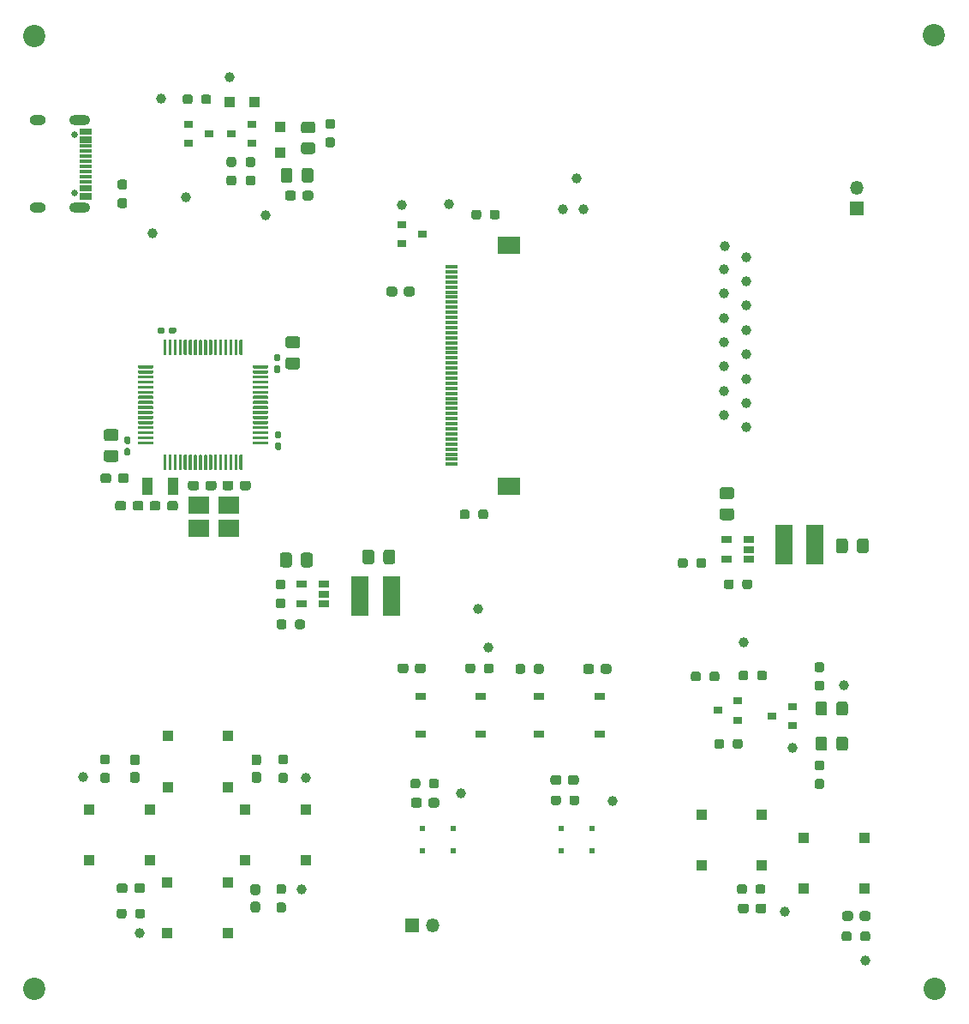
<source format=gts>
G04 #@! TF.GenerationSoftware,KiCad,Pcbnew,(5.1.12)-1*
G04 #@! TF.CreationDate,2021-12-30T17:29:10+01:00*
G04 #@! TF.ProjectId,GameGirl,47616d65-4769-4726-9c2e-6b696361645f,rev?*
G04 #@! TF.SameCoordinates,Original*
G04 #@! TF.FileFunction,Soldermask,Top*
G04 #@! TF.FilePolarity,Negative*
%FSLAX46Y46*%
G04 Gerber Fmt 4.6, Leading zero omitted, Abs format (unit mm)*
G04 Created by KiCad (PCBNEW (5.1.12)-1) date 2021-12-30 17:29:10*
%MOMM*%
%LPD*%
G01*
G04 APERTURE LIST*
%ADD10C,1.000000*%
%ADD11C,2.200000*%
%ADD12R,1.000000X1.800000*%
%ADD13R,2.100000X1.800000*%
%ADD14R,1.060000X0.650000*%
%ADD15R,0.900000X0.800000*%
%ADD16R,1.000000X1.100000*%
%ADD17R,0.550000X0.550000*%
%ADD18R,1.000000X0.750000*%
%ADD19R,1.800000X4.000000*%
%ADD20O,1.350000X1.350000*%
%ADD21R,1.350000X1.350000*%
%ADD22R,1.300000X0.300000*%
%ADD23R,2.200000X1.800000*%
%ADD24R,1.150000X0.300000*%
%ADD25C,0.650000*%
%ADD26O,1.600000X1.000000*%
%ADD27O,2.100000X1.000000*%
%ADD28R,1.000000X1.000000*%
G04 APERTURE END LIST*
D10*
X85250000Y-50050000D03*
D11*
X33000000Y-33000000D03*
X33000000Y-127000000D03*
X122000000Y-127000000D03*
X121870000Y-32870000D03*
D12*
X46700000Y-77400000D03*
X44200000Y-77400000D03*
D13*
X49300000Y-79300000D03*
X52200000Y-79300000D03*
X52200000Y-81600000D03*
X49300000Y-81600000D03*
D14*
X59450000Y-89000000D03*
X59450000Y-87100000D03*
X61650000Y-87100000D03*
X61650000Y-88050000D03*
X61650000Y-89000000D03*
X101400000Y-84600000D03*
X101400000Y-82700000D03*
X103600000Y-82700000D03*
X103600000Y-83650000D03*
X103600000Y-84600000D03*
D15*
X100550000Y-99550000D03*
X102550000Y-98600000D03*
X102550000Y-100500000D03*
G36*
G01*
X44705000Y-73290000D02*
X43305000Y-73290000D01*
G75*
G02*
X43230000Y-73215000I0J75000D01*
G01*
X43230000Y-73065000D01*
G75*
G02*
X43305000Y-72990000I75000J0D01*
G01*
X44705000Y-72990000D01*
G75*
G02*
X44780000Y-73065000I0J-75000D01*
G01*
X44780000Y-73215000D01*
G75*
G02*
X44705000Y-73290000I-75000J0D01*
G01*
G37*
G36*
G01*
X44705000Y-72790000D02*
X43305000Y-72790000D01*
G75*
G02*
X43230000Y-72715000I0J75000D01*
G01*
X43230000Y-72565000D01*
G75*
G02*
X43305000Y-72490000I75000J0D01*
G01*
X44705000Y-72490000D01*
G75*
G02*
X44780000Y-72565000I0J-75000D01*
G01*
X44780000Y-72715000D01*
G75*
G02*
X44705000Y-72790000I-75000J0D01*
G01*
G37*
G36*
G01*
X44705000Y-72290000D02*
X43305000Y-72290000D01*
G75*
G02*
X43230000Y-72215000I0J75000D01*
G01*
X43230000Y-72065000D01*
G75*
G02*
X43305000Y-71990000I75000J0D01*
G01*
X44705000Y-71990000D01*
G75*
G02*
X44780000Y-72065000I0J-75000D01*
G01*
X44780000Y-72215000D01*
G75*
G02*
X44705000Y-72290000I-75000J0D01*
G01*
G37*
G36*
G01*
X44705000Y-71790000D02*
X43305000Y-71790000D01*
G75*
G02*
X43230000Y-71715000I0J75000D01*
G01*
X43230000Y-71565000D01*
G75*
G02*
X43305000Y-71490000I75000J0D01*
G01*
X44705000Y-71490000D01*
G75*
G02*
X44780000Y-71565000I0J-75000D01*
G01*
X44780000Y-71715000D01*
G75*
G02*
X44705000Y-71790000I-75000J0D01*
G01*
G37*
G36*
G01*
X44705000Y-71290000D02*
X43305000Y-71290000D01*
G75*
G02*
X43230000Y-71215000I0J75000D01*
G01*
X43230000Y-71065000D01*
G75*
G02*
X43305000Y-70990000I75000J0D01*
G01*
X44705000Y-70990000D01*
G75*
G02*
X44780000Y-71065000I0J-75000D01*
G01*
X44780000Y-71215000D01*
G75*
G02*
X44705000Y-71290000I-75000J0D01*
G01*
G37*
G36*
G01*
X44705000Y-70790000D02*
X43305000Y-70790000D01*
G75*
G02*
X43230000Y-70715000I0J75000D01*
G01*
X43230000Y-70565000D01*
G75*
G02*
X43305000Y-70490000I75000J0D01*
G01*
X44705000Y-70490000D01*
G75*
G02*
X44780000Y-70565000I0J-75000D01*
G01*
X44780000Y-70715000D01*
G75*
G02*
X44705000Y-70790000I-75000J0D01*
G01*
G37*
G36*
G01*
X44705000Y-70290000D02*
X43305000Y-70290000D01*
G75*
G02*
X43230000Y-70215000I0J75000D01*
G01*
X43230000Y-70065000D01*
G75*
G02*
X43305000Y-69990000I75000J0D01*
G01*
X44705000Y-69990000D01*
G75*
G02*
X44780000Y-70065000I0J-75000D01*
G01*
X44780000Y-70215000D01*
G75*
G02*
X44705000Y-70290000I-75000J0D01*
G01*
G37*
G36*
G01*
X44705000Y-69790000D02*
X43305000Y-69790000D01*
G75*
G02*
X43230000Y-69715000I0J75000D01*
G01*
X43230000Y-69565000D01*
G75*
G02*
X43305000Y-69490000I75000J0D01*
G01*
X44705000Y-69490000D01*
G75*
G02*
X44780000Y-69565000I0J-75000D01*
G01*
X44780000Y-69715000D01*
G75*
G02*
X44705000Y-69790000I-75000J0D01*
G01*
G37*
G36*
G01*
X44705000Y-69290000D02*
X43305000Y-69290000D01*
G75*
G02*
X43230000Y-69215000I0J75000D01*
G01*
X43230000Y-69065000D01*
G75*
G02*
X43305000Y-68990000I75000J0D01*
G01*
X44705000Y-68990000D01*
G75*
G02*
X44780000Y-69065000I0J-75000D01*
G01*
X44780000Y-69215000D01*
G75*
G02*
X44705000Y-69290000I-75000J0D01*
G01*
G37*
G36*
G01*
X44705000Y-68790000D02*
X43305000Y-68790000D01*
G75*
G02*
X43230000Y-68715000I0J75000D01*
G01*
X43230000Y-68565000D01*
G75*
G02*
X43305000Y-68490000I75000J0D01*
G01*
X44705000Y-68490000D01*
G75*
G02*
X44780000Y-68565000I0J-75000D01*
G01*
X44780000Y-68715000D01*
G75*
G02*
X44705000Y-68790000I-75000J0D01*
G01*
G37*
G36*
G01*
X44705000Y-68290000D02*
X43305000Y-68290000D01*
G75*
G02*
X43230000Y-68215000I0J75000D01*
G01*
X43230000Y-68065000D01*
G75*
G02*
X43305000Y-67990000I75000J0D01*
G01*
X44705000Y-67990000D01*
G75*
G02*
X44780000Y-68065000I0J-75000D01*
G01*
X44780000Y-68215000D01*
G75*
G02*
X44705000Y-68290000I-75000J0D01*
G01*
G37*
G36*
G01*
X44705000Y-67790000D02*
X43305000Y-67790000D01*
G75*
G02*
X43230000Y-67715000I0J75000D01*
G01*
X43230000Y-67565000D01*
G75*
G02*
X43305000Y-67490000I75000J0D01*
G01*
X44705000Y-67490000D01*
G75*
G02*
X44780000Y-67565000I0J-75000D01*
G01*
X44780000Y-67715000D01*
G75*
G02*
X44705000Y-67790000I-75000J0D01*
G01*
G37*
G36*
G01*
X44705000Y-67290000D02*
X43305000Y-67290000D01*
G75*
G02*
X43230000Y-67215000I0J75000D01*
G01*
X43230000Y-67065000D01*
G75*
G02*
X43305000Y-66990000I75000J0D01*
G01*
X44705000Y-66990000D01*
G75*
G02*
X44780000Y-67065000I0J-75000D01*
G01*
X44780000Y-67215000D01*
G75*
G02*
X44705000Y-67290000I-75000J0D01*
G01*
G37*
G36*
G01*
X44705000Y-66790000D02*
X43305000Y-66790000D01*
G75*
G02*
X43230000Y-66715000I0J75000D01*
G01*
X43230000Y-66565000D01*
G75*
G02*
X43305000Y-66490000I75000J0D01*
G01*
X44705000Y-66490000D01*
G75*
G02*
X44780000Y-66565000I0J-75000D01*
G01*
X44780000Y-66715000D01*
G75*
G02*
X44705000Y-66790000I-75000J0D01*
G01*
G37*
G36*
G01*
X44705000Y-66290000D02*
X43305000Y-66290000D01*
G75*
G02*
X43230000Y-66215000I0J75000D01*
G01*
X43230000Y-66065000D01*
G75*
G02*
X43305000Y-65990000I75000J0D01*
G01*
X44705000Y-65990000D01*
G75*
G02*
X44780000Y-66065000I0J-75000D01*
G01*
X44780000Y-66215000D01*
G75*
G02*
X44705000Y-66290000I-75000J0D01*
G01*
G37*
G36*
G01*
X44705000Y-65790000D02*
X43305000Y-65790000D01*
G75*
G02*
X43230000Y-65715000I0J75000D01*
G01*
X43230000Y-65565000D01*
G75*
G02*
X43305000Y-65490000I75000J0D01*
G01*
X44705000Y-65490000D01*
G75*
G02*
X44780000Y-65565000I0J-75000D01*
G01*
X44780000Y-65715000D01*
G75*
G02*
X44705000Y-65790000I-75000J0D01*
G01*
G37*
G36*
G01*
X46005000Y-64490000D02*
X45855000Y-64490000D01*
G75*
G02*
X45780000Y-64415000I0J75000D01*
G01*
X45780000Y-63015000D01*
G75*
G02*
X45855000Y-62940000I75000J0D01*
G01*
X46005000Y-62940000D01*
G75*
G02*
X46080000Y-63015000I0J-75000D01*
G01*
X46080000Y-64415000D01*
G75*
G02*
X46005000Y-64490000I-75000J0D01*
G01*
G37*
G36*
G01*
X46505000Y-64490000D02*
X46355000Y-64490000D01*
G75*
G02*
X46280000Y-64415000I0J75000D01*
G01*
X46280000Y-63015000D01*
G75*
G02*
X46355000Y-62940000I75000J0D01*
G01*
X46505000Y-62940000D01*
G75*
G02*
X46580000Y-63015000I0J-75000D01*
G01*
X46580000Y-64415000D01*
G75*
G02*
X46505000Y-64490000I-75000J0D01*
G01*
G37*
G36*
G01*
X47005000Y-64490000D02*
X46855000Y-64490000D01*
G75*
G02*
X46780000Y-64415000I0J75000D01*
G01*
X46780000Y-63015000D01*
G75*
G02*
X46855000Y-62940000I75000J0D01*
G01*
X47005000Y-62940000D01*
G75*
G02*
X47080000Y-63015000I0J-75000D01*
G01*
X47080000Y-64415000D01*
G75*
G02*
X47005000Y-64490000I-75000J0D01*
G01*
G37*
G36*
G01*
X47505000Y-64490000D02*
X47355000Y-64490000D01*
G75*
G02*
X47280000Y-64415000I0J75000D01*
G01*
X47280000Y-63015000D01*
G75*
G02*
X47355000Y-62940000I75000J0D01*
G01*
X47505000Y-62940000D01*
G75*
G02*
X47580000Y-63015000I0J-75000D01*
G01*
X47580000Y-64415000D01*
G75*
G02*
X47505000Y-64490000I-75000J0D01*
G01*
G37*
G36*
G01*
X48005000Y-64490000D02*
X47855000Y-64490000D01*
G75*
G02*
X47780000Y-64415000I0J75000D01*
G01*
X47780000Y-63015000D01*
G75*
G02*
X47855000Y-62940000I75000J0D01*
G01*
X48005000Y-62940000D01*
G75*
G02*
X48080000Y-63015000I0J-75000D01*
G01*
X48080000Y-64415000D01*
G75*
G02*
X48005000Y-64490000I-75000J0D01*
G01*
G37*
G36*
G01*
X48505000Y-64490000D02*
X48355000Y-64490000D01*
G75*
G02*
X48280000Y-64415000I0J75000D01*
G01*
X48280000Y-63015000D01*
G75*
G02*
X48355000Y-62940000I75000J0D01*
G01*
X48505000Y-62940000D01*
G75*
G02*
X48580000Y-63015000I0J-75000D01*
G01*
X48580000Y-64415000D01*
G75*
G02*
X48505000Y-64490000I-75000J0D01*
G01*
G37*
G36*
G01*
X49005000Y-64490000D02*
X48855000Y-64490000D01*
G75*
G02*
X48780000Y-64415000I0J75000D01*
G01*
X48780000Y-63015000D01*
G75*
G02*
X48855000Y-62940000I75000J0D01*
G01*
X49005000Y-62940000D01*
G75*
G02*
X49080000Y-63015000I0J-75000D01*
G01*
X49080000Y-64415000D01*
G75*
G02*
X49005000Y-64490000I-75000J0D01*
G01*
G37*
G36*
G01*
X49505000Y-64490000D02*
X49355000Y-64490000D01*
G75*
G02*
X49280000Y-64415000I0J75000D01*
G01*
X49280000Y-63015000D01*
G75*
G02*
X49355000Y-62940000I75000J0D01*
G01*
X49505000Y-62940000D01*
G75*
G02*
X49580000Y-63015000I0J-75000D01*
G01*
X49580000Y-64415000D01*
G75*
G02*
X49505000Y-64490000I-75000J0D01*
G01*
G37*
G36*
G01*
X50005000Y-64490000D02*
X49855000Y-64490000D01*
G75*
G02*
X49780000Y-64415000I0J75000D01*
G01*
X49780000Y-63015000D01*
G75*
G02*
X49855000Y-62940000I75000J0D01*
G01*
X50005000Y-62940000D01*
G75*
G02*
X50080000Y-63015000I0J-75000D01*
G01*
X50080000Y-64415000D01*
G75*
G02*
X50005000Y-64490000I-75000J0D01*
G01*
G37*
G36*
G01*
X50505000Y-64490000D02*
X50355000Y-64490000D01*
G75*
G02*
X50280000Y-64415000I0J75000D01*
G01*
X50280000Y-63015000D01*
G75*
G02*
X50355000Y-62940000I75000J0D01*
G01*
X50505000Y-62940000D01*
G75*
G02*
X50580000Y-63015000I0J-75000D01*
G01*
X50580000Y-64415000D01*
G75*
G02*
X50505000Y-64490000I-75000J0D01*
G01*
G37*
G36*
G01*
X51005000Y-64490000D02*
X50855000Y-64490000D01*
G75*
G02*
X50780000Y-64415000I0J75000D01*
G01*
X50780000Y-63015000D01*
G75*
G02*
X50855000Y-62940000I75000J0D01*
G01*
X51005000Y-62940000D01*
G75*
G02*
X51080000Y-63015000I0J-75000D01*
G01*
X51080000Y-64415000D01*
G75*
G02*
X51005000Y-64490000I-75000J0D01*
G01*
G37*
G36*
G01*
X51505000Y-64490000D02*
X51355000Y-64490000D01*
G75*
G02*
X51280000Y-64415000I0J75000D01*
G01*
X51280000Y-63015000D01*
G75*
G02*
X51355000Y-62940000I75000J0D01*
G01*
X51505000Y-62940000D01*
G75*
G02*
X51580000Y-63015000I0J-75000D01*
G01*
X51580000Y-64415000D01*
G75*
G02*
X51505000Y-64490000I-75000J0D01*
G01*
G37*
G36*
G01*
X52005000Y-64490000D02*
X51855000Y-64490000D01*
G75*
G02*
X51780000Y-64415000I0J75000D01*
G01*
X51780000Y-63015000D01*
G75*
G02*
X51855000Y-62940000I75000J0D01*
G01*
X52005000Y-62940000D01*
G75*
G02*
X52080000Y-63015000I0J-75000D01*
G01*
X52080000Y-64415000D01*
G75*
G02*
X52005000Y-64490000I-75000J0D01*
G01*
G37*
G36*
G01*
X52505000Y-64490000D02*
X52355000Y-64490000D01*
G75*
G02*
X52280000Y-64415000I0J75000D01*
G01*
X52280000Y-63015000D01*
G75*
G02*
X52355000Y-62940000I75000J0D01*
G01*
X52505000Y-62940000D01*
G75*
G02*
X52580000Y-63015000I0J-75000D01*
G01*
X52580000Y-64415000D01*
G75*
G02*
X52505000Y-64490000I-75000J0D01*
G01*
G37*
G36*
G01*
X53005000Y-64490000D02*
X52855000Y-64490000D01*
G75*
G02*
X52780000Y-64415000I0J75000D01*
G01*
X52780000Y-63015000D01*
G75*
G02*
X52855000Y-62940000I75000J0D01*
G01*
X53005000Y-62940000D01*
G75*
G02*
X53080000Y-63015000I0J-75000D01*
G01*
X53080000Y-64415000D01*
G75*
G02*
X53005000Y-64490000I-75000J0D01*
G01*
G37*
G36*
G01*
X53505000Y-64490000D02*
X53355000Y-64490000D01*
G75*
G02*
X53280000Y-64415000I0J75000D01*
G01*
X53280000Y-63015000D01*
G75*
G02*
X53355000Y-62940000I75000J0D01*
G01*
X53505000Y-62940000D01*
G75*
G02*
X53580000Y-63015000I0J-75000D01*
G01*
X53580000Y-64415000D01*
G75*
G02*
X53505000Y-64490000I-75000J0D01*
G01*
G37*
G36*
G01*
X56055000Y-65790000D02*
X54655000Y-65790000D01*
G75*
G02*
X54580000Y-65715000I0J75000D01*
G01*
X54580000Y-65565000D01*
G75*
G02*
X54655000Y-65490000I75000J0D01*
G01*
X56055000Y-65490000D01*
G75*
G02*
X56130000Y-65565000I0J-75000D01*
G01*
X56130000Y-65715000D01*
G75*
G02*
X56055000Y-65790000I-75000J0D01*
G01*
G37*
G36*
G01*
X56055000Y-66290000D02*
X54655000Y-66290000D01*
G75*
G02*
X54580000Y-66215000I0J75000D01*
G01*
X54580000Y-66065000D01*
G75*
G02*
X54655000Y-65990000I75000J0D01*
G01*
X56055000Y-65990000D01*
G75*
G02*
X56130000Y-66065000I0J-75000D01*
G01*
X56130000Y-66215000D01*
G75*
G02*
X56055000Y-66290000I-75000J0D01*
G01*
G37*
G36*
G01*
X56055000Y-66790000D02*
X54655000Y-66790000D01*
G75*
G02*
X54580000Y-66715000I0J75000D01*
G01*
X54580000Y-66565000D01*
G75*
G02*
X54655000Y-66490000I75000J0D01*
G01*
X56055000Y-66490000D01*
G75*
G02*
X56130000Y-66565000I0J-75000D01*
G01*
X56130000Y-66715000D01*
G75*
G02*
X56055000Y-66790000I-75000J0D01*
G01*
G37*
G36*
G01*
X56055000Y-67290000D02*
X54655000Y-67290000D01*
G75*
G02*
X54580000Y-67215000I0J75000D01*
G01*
X54580000Y-67065000D01*
G75*
G02*
X54655000Y-66990000I75000J0D01*
G01*
X56055000Y-66990000D01*
G75*
G02*
X56130000Y-67065000I0J-75000D01*
G01*
X56130000Y-67215000D01*
G75*
G02*
X56055000Y-67290000I-75000J0D01*
G01*
G37*
G36*
G01*
X56055000Y-67790000D02*
X54655000Y-67790000D01*
G75*
G02*
X54580000Y-67715000I0J75000D01*
G01*
X54580000Y-67565000D01*
G75*
G02*
X54655000Y-67490000I75000J0D01*
G01*
X56055000Y-67490000D01*
G75*
G02*
X56130000Y-67565000I0J-75000D01*
G01*
X56130000Y-67715000D01*
G75*
G02*
X56055000Y-67790000I-75000J0D01*
G01*
G37*
G36*
G01*
X56055000Y-68290000D02*
X54655000Y-68290000D01*
G75*
G02*
X54580000Y-68215000I0J75000D01*
G01*
X54580000Y-68065000D01*
G75*
G02*
X54655000Y-67990000I75000J0D01*
G01*
X56055000Y-67990000D01*
G75*
G02*
X56130000Y-68065000I0J-75000D01*
G01*
X56130000Y-68215000D01*
G75*
G02*
X56055000Y-68290000I-75000J0D01*
G01*
G37*
G36*
G01*
X56055000Y-68790000D02*
X54655000Y-68790000D01*
G75*
G02*
X54580000Y-68715000I0J75000D01*
G01*
X54580000Y-68565000D01*
G75*
G02*
X54655000Y-68490000I75000J0D01*
G01*
X56055000Y-68490000D01*
G75*
G02*
X56130000Y-68565000I0J-75000D01*
G01*
X56130000Y-68715000D01*
G75*
G02*
X56055000Y-68790000I-75000J0D01*
G01*
G37*
G36*
G01*
X56055000Y-69290000D02*
X54655000Y-69290000D01*
G75*
G02*
X54580000Y-69215000I0J75000D01*
G01*
X54580000Y-69065000D01*
G75*
G02*
X54655000Y-68990000I75000J0D01*
G01*
X56055000Y-68990000D01*
G75*
G02*
X56130000Y-69065000I0J-75000D01*
G01*
X56130000Y-69215000D01*
G75*
G02*
X56055000Y-69290000I-75000J0D01*
G01*
G37*
G36*
G01*
X56055000Y-69790000D02*
X54655000Y-69790000D01*
G75*
G02*
X54580000Y-69715000I0J75000D01*
G01*
X54580000Y-69565000D01*
G75*
G02*
X54655000Y-69490000I75000J0D01*
G01*
X56055000Y-69490000D01*
G75*
G02*
X56130000Y-69565000I0J-75000D01*
G01*
X56130000Y-69715000D01*
G75*
G02*
X56055000Y-69790000I-75000J0D01*
G01*
G37*
G36*
G01*
X56055000Y-70290000D02*
X54655000Y-70290000D01*
G75*
G02*
X54580000Y-70215000I0J75000D01*
G01*
X54580000Y-70065000D01*
G75*
G02*
X54655000Y-69990000I75000J0D01*
G01*
X56055000Y-69990000D01*
G75*
G02*
X56130000Y-70065000I0J-75000D01*
G01*
X56130000Y-70215000D01*
G75*
G02*
X56055000Y-70290000I-75000J0D01*
G01*
G37*
G36*
G01*
X56055000Y-70790000D02*
X54655000Y-70790000D01*
G75*
G02*
X54580000Y-70715000I0J75000D01*
G01*
X54580000Y-70565000D01*
G75*
G02*
X54655000Y-70490000I75000J0D01*
G01*
X56055000Y-70490000D01*
G75*
G02*
X56130000Y-70565000I0J-75000D01*
G01*
X56130000Y-70715000D01*
G75*
G02*
X56055000Y-70790000I-75000J0D01*
G01*
G37*
G36*
G01*
X56055000Y-71290000D02*
X54655000Y-71290000D01*
G75*
G02*
X54580000Y-71215000I0J75000D01*
G01*
X54580000Y-71065000D01*
G75*
G02*
X54655000Y-70990000I75000J0D01*
G01*
X56055000Y-70990000D01*
G75*
G02*
X56130000Y-71065000I0J-75000D01*
G01*
X56130000Y-71215000D01*
G75*
G02*
X56055000Y-71290000I-75000J0D01*
G01*
G37*
G36*
G01*
X56055000Y-71790000D02*
X54655000Y-71790000D01*
G75*
G02*
X54580000Y-71715000I0J75000D01*
G01*
X54580000Y-71565000D01*
G75*
G02*
X54655000Y-71490000I75000J0D01*
G01*
X56055000Y-71490000D01*
G75*
G02*
X56130000Y-71565000I0J-75000D01*
G01*
X56130000Y-71715000D01*
G75*
G02*
X56055000Y-71790000I-75000J0D01*
G01*
G37*
G36*
G01*
X56055000Y-72290000D02*
X54655000Y-72290000D01*
G75*
G02*
X54580000Y-72215000I0J75000D01*
G01*
X54580000Y-72065000D01*
G75*
G02*
X54655000Y-71990000I75000J0D01*
G01*
X56055000Y-71990000D01*
G75*
G02*
X56130000Y-72065000I0J-75000D01*
G01*
X56130000Y-72215000D01*
G75*
G02*
X56055000Y-72290000I-75000J0D01*
G01*
G37*
G36*
G01*
X56055000Y-72790000D02*
X54655000Y-72790000D01*
G75*
G02*
X54580000Y-72715000I0J75000D01*
G01*
X54580000Y-72565000D01*
G75*
G02*
X54655000Y-72490000I75000J0D01*
G01*
X56055000Y-72490000D01*
G75*
G02*
X56130000Y-72565000I0J-75000D01*
G01*
X56130000Y-72715000D01*
G75*
G02*
X56055000Y-72790000I-75000J0D01*
G01*
G37*
G36*
G01*
X56055000Y-73290000D02*
X54655000Y-73290000D01*
G75*
G02*
X54580000Y-73215000I0J75000D01*
G01*
X54580000Y-73065000D01*
G75*
G02*
X54655000Y-72990000I75000J0D01*
G01*
X56055000Y-72990000D01*
G75*
G02*
X56130000Y-73065000I0J-75000D01*
G01*
X56130000Y-73215000D01*
G75*
G02*
X56055000Y-73290000I-75000J0D01*
G01*
G37*
G36*
G01*
X53505000Y-75840000D02*
X53355000Y-75840000D01*
G75*
G02*
X53280000Y-75765000I0J75000D01*
G01*
X53280000Y-74365000D01*
G75*
G02*
X53355000Y-74290000I75000J0D01*
G01*
X53505000Y-74290000D01*
G75*
G02*
X53580000Y-74365000I0J-75000D01*
G01*
X53580000Y-75765000D01*
G75*
G02*
X53505000Y-75840000I-75000J0D01*
G01*
G37*
G36*
G01*
X53005000Y-75840000D02*
X52855000Y-75840000D01*
G75*
G02*
X52780000Y-75765000I0J75000D01*
G01*
X52780000Y-74365000D01*
G75*
G02*
X52855000Y-74290000I75000J0D01*
G01*
X53005000Y-74290000D01*
G75*
G02*
X53080000Y-74365000I0J-75000D01*
G01*
X53080000Y-75765000D01*
G75*
G02*
X53005000Y-75840000I-75000J0D01*
G01*
G37*
G36*
G01*
X52505000Y-75840000D02*
X52355000Y-75840000D01*
G75*
G02*
X52280000Y-75765000I0J75000D01*
G01*
X52280000Y-74365000D01*
G75*
G02*
X52355000Y-74290000I75000J0D01*
G01*
X52505000Y-74290000D01*
G75*
G02*
X52580000Y-74365000I0J-75000D01*
G01*
X52580000Y-75765000D01*
G75*
G02*
X52505000Y-75840000I-75000J0D01*
G01*
G37*
G36*
G01*
X52005000Y-75840000D02*
X51855000Y-75840000D01*
G75*
G02*
X51780000Y-75765000I0J75000D01*
G01*
X51780000Y-74365000D01*
G75*
G02*
X51855000Y-74290000I75000J0D01*
G01*
X52005000Y-74290000D01*
G75*
G02*
X52080000Y-74365000I0J-75000D01*
G01*
X52080000Y-75765000D01*
G75*
G02*
X52005000Y-75840000I-75000J0D01*
G01*
G37*
G36*
G01*
X51505000Y-75840000D02*
X51355000Y-75840000D01*
G75*
G02*
X51280000Y-75765000I0J75000D01*
G01*
X51280000Y-74365000D01*
G75*
G02*
X51355000Y-74290000I75000J0D01*
G01*
X51505000Y-74290000D01*
G75*
G02*
X51580000Y-74365000I0J-75000D01*
G01*
X51580000Y-75765000D01*
G75*
G02*
X51505000Y-75840000I-75000J0D01*
G01*
G37*
G36*
G01*
X51005000Y-75840000D02*
X50855000Y-75840000D01*
G75*
G02*
X50780000Y-75765000I0J75000D01*
G01*
X50780000Y-74365000D01*
G75*
G02*
X50855000Y-74290000I75000J0D01*
G01*
X51005000Y-74290000D01*
G75*
G02*
X51080000Y-74365000I0J-75000D01*
G01*
X51080000Y-75765000D01*
G75*
G02*
X51005000Y-75840000I-75000J0D01*
G01*
G37*
G36*
G01*
X50505000Y-75840000D02*
X50355000Y-75840000D01*
G75*
G02*
X50280000Y-75765000I0J75000D01*
G01*
X50280000Y-74365000D01*
G75*
G02*
X50355000Y-74290000I75000J0D01*
G01*
X50505000Y-74290000D01*
G75*
G02*
X50580000Y-74365000I0J-75000D01*
G01*
X50580000Y-75765000D01*
G75*
G02*
X50505000Y-75840000I-75000J0D01*
G01*
G37*
G36*
G01*
X50005000Y-75840000D02*
X49855000Y-75840000D01*
G75*
G02*
X49780000Y-75765000I0J75000D01*
G01*
X49780000Y-74365000D01*
G75*
G02*
X49855000Y-74290000I75000J0D01*
G01*
X50005000Y-74290000D01*
G75*
G02*
X50080000Y-74365000I0J-75000D01*
G01*
X50080000Y-75765000D01*
G75*
G02*
X50005000Y-75840000I-75000J0D01*
G01*
G37*
G36*
G01*
X49505000Y-75840000D02*
X49355000Y-75840000D01*
G75*
G02*
X49280000Y-75765000I0J75000D01*
G01*
X49280000Y-74365000D01*
G75*
G02*
X49355000Y-74290000I75000J0D01*
G01*
X49505000Y-74290000D01*
G75*
G02*
X49580000Y-74365000I0J-75000D01*
G01*
X49580000Y-75765000D01*
G75*
G02*
X49505000Y-75840000I-75000J0D01*
G01*
G37*
G36*
G01*
X49005000Y-75840000D02*
X48855000Y-75840000D01*
G75*
G02*
X48780000Y-75765000I0J75000D01*
G01*
X48780000Y-74365000D01*
G75*
G02*
X48855000Y-74290000I75000J0D01*
G01*
X49005000Y-74290000D01*
G75*
G02*
X49080000Y-74365000I0J-75000D01*
G01*
X49080000Y-75765000D01*
G75*
G02*
X49005000Y-75840000I-75000J0D01*
G01*
G37*
G36*
G01*
X48505000Y-75840000D02*
X48355000Y-75840000D01*
G75*
G02*
X48280000Y-75765000I0J75000D01*
G01*
X48280000Y-74365000D01*
G75*
G02*
X48355000Y-74290000I75000J0D01*
G01*
X48505000Y-74290000D01*
G75*
G02*
X48580000Y-74365000I0J-75000D01*
G01*
X48580000Y-75765000D01*
G75*
G02*
X48505000Y-75840000I-75000J0D01*
G01*
G37*
G36*
G01*
X48005000Y-75840000D02*
X47855000Y-75840000D01*
G75*
G02*
X47780000Y-75765000I0J75000D01*
G01*
X47780000Y-74365000D01*
G75*
G02*
X47855000Y-74290000I75000J0D01*
G01*
X48005000Y-74290000D01*
G75*
G02*
X48080000Y-74365000I0J-75000D01*
G01*
X48080000Y-75765000D01*
G75*
G02*
X48005000Y-75840000I-75000J0D01*
G01*
G37*
G36*
G01*
X47505000Y-75840000D02*
X47355000Y-75840000D01*
G75*
G02*
X47280000Y-75765000I0J75000D01*
G01*
X47280000Y-74365000D01*
G75*
G02*
X47355000Y-74290000I75000J0D01*
G01*
X47505000Y-74290000D01*
G75*
G02*
X47580000Y-74365000I0J-75000D01*
G01*
X47580000Y-75765000D01*
G75*
G02*
X47505000Y-75840000I-75000J0D01*
G01*
G37*
G36*
G01*
X47005000Y-75840000D02*
X46855000Y-75840000D01*
G75*
G02*
X46780000Y-75765000I0J75000D01*
G01*
X46780000Y-74365000D01*
G75*
G02*
X46855000Y-74290000I75000J0D01*
G01*
X47005000Y-74290000D01*
G75*
G02*
X47080000Y-74365000I0J-75000D01*
G01*
X47080000Y-75765000D01*
G75*
G02*
X47005000Y-75840000I-75000J0D01*
G01*
G37*
G36*
G01*
X46505000Y-75840000D02*
X46355000Y-75840000D01*
G75*
G02*
X46280000Y-75765000I0J75000D01*
G01*
X46280000Y-74365000D01*
G75*
G02*
X46355000Y-74290000I75000J0D01*
G01*
X46505000Y-74290000D01*
G75*
G02*
X46580000Y-74365000I0J-75000D01*
G01*
X46580000Y-75765000D01*
G75*
G02*
X46505000Y-75840000I-75000J0D01*
G01*
G37*
G36*
G01*
X46005000Y-75840000D02*
X45855000Y-75840000D01*
G75*
G02*
X45780000Y-75765000I0J75000D01*
G01*
X45780000Y-74365000D01*
G75*
G02*
X45855000Y-74290000I75000J0D01*
G01*
X46005000Y-74290000D01*
G75*
G02*
X46080000Y-74365000I0J-75000D01*
G01*
X46080000Y-75765000D01*
G75*
G02*
X46005000Y-75840000I-75000J0D01*
G01*
G37*
D10*
X45550000Y-39150000D03*
X52350000Y-37050000D03*
X55850000Y-50650000D03*
X113000000Y-97100000D03*
X107900000Y-103250000D03*
X103100000Y-92800000D03*
X107188000Y-119380000D03*
X59850000Y-106200000D03*
X59450000Y-117200000D03*
X43450000Y-121550000D03*
X115100000Y-124250000D03*
X37800000Y-106100000D03*
X75184000Y-107696000D03*
X90170000Y-108458000D03*
X86600000Y-47000000D03*
X74000000Y-49600000D03*
X44650000Y-52450000D03*
X48000000Y-48900000D03*
X87300000Y-50100000D03*
X69350000Y-49650000D03*
X101250000Y-53700000D03*
X103400000Y-54800000D03*
X101200000Y-56000000D03*
X103400000Y-57200000D03*
X101200000Y-58400000D03*
X103400000Y-59600000D03*
X101200000Y-60800000D03*
X103400000Y-62000000D03*
X77900000Y-93350000D03*
X101200000Y-63200000D03*
X103400000Y-64400000D03*
X101200000Y-65600000D03*
X103400000Y-66800000D03*
X101200000Y-68000000D03*
X103400000Y-69200000D03*
X101200000Y-70400000D03*
X103400000Y-71600000D03*
X76850000Y-89500000D03*
D16*
X98925000Y-109875000D03*
X98925000Y-114875000D03*
X104925000Y-109875000D03*
X104925000Y-114875000D03*
X59870000Y-114320000D03*
X59870000Y-109320000D03*
X53870000Y-114320000D03*
X53870000Y-109320000D03*
X46150000Y-116510000D03*
X46150000Y-121510000D03*
X52150000Y-116510000D03*
X52150000Y-121510000D03*
X38450000Y-109300000D03*
X38450000Y-114300000D03*
X44450000Y-109300000D03*
X44450000Y-114300000D03*
X109050000Y-112125000D03*
X109050000Y-117125000D03*
X115050000Y-112125000D03*
X115050000Y-117125000D03*
X52175000Y-107100000D03*
X52175000Y-102100000D03*
X46175000Y-107100000D03*
X46175000Y-102100000D03*
D17*
X74448000Y-111168000D03*
X74448000Y-113368000D03*
X71348000Y-113368000D03*
X71348000Y-111168000D03*
X88164000Y-111168000D03*
X88164000Y-113368000D03*
X85064000Y-113368000D03*
X85064000Y-111168000D03*
D18*
X71150000Y-98175000D03*
X77150000Y-98175000D03*
X71150000Y-101925000D03*
X77150000Y-101925000D03*
X82850000Y-98175000D03*
X88850000Y-98175000D03*
X82850000Y-101925000D03*
X88850000Y-101925000D03*
G36*
G01*
X110362500Y-106325000D02*
X110837500Y-106325000D01*
G75*
G02*
X111075000Y-106562500I0J-237500D01*
G01*
X111075000Y-107062500D01*
G75*
G02*
X110837500Y-107300000I-237500J0D01*
G01*
X110362500Y-107300000D01*
G75*
G02*
X110125000Y-107062500I0J237500D01*
G01*
X110125000Y-106562500D01*
G75*
G02*
X110362500Y-106325000I237500J0D01*
G01*
G37*
G36*
G01*
X110362500Y-104500000D02*
X110837500Y-104500000D01*
G75*
G02*
X111075000Y-104737500I0J-237500D01*
G01*
X111075000Y-105237500D01*
G75*
G02*
X110837500Y-105475000I-237500J0D01*
G01*
X110362500Y-105475000D01*
G75*
G02*
X110125000Y-105237500I0J237500D01*
G01*
X110125000Y-104737500D01*
G75*
G02*
X110362500Y-104500000I237500J0D01*
G01*
G37*
G36*
G01*
X48650000Y-38987500D02*
X48650000Y-39462500D01*
G75*
G02*
X48412500Y-39700000I-237500J0D01*
G01*
X47912500Y-39700000D01*
G75*
G02*
X47675000Y-39462500I0J237500D01*
G01*
X47675000Y-38987500D01*
G75*
G02*
X47912500Y-38750000I237500J0D01*
G01*
X48412500Y-38750000D01*
G75*
G02*
X48650000Y-38987500I0J-237500D01*
G01*
G37*
G36*
G01*
X50475000Y-38987500D02*
X50475000Y-39462500D01*
G75*
G02*
X50237500Y-39700000I-237500J0D01*
G01*
X49737500Y-39700000D01*
G75*
G02*
X49500000Y-39462500I0J237500D01*
G01*
X49500000Y-38987500D01*
G75*
G02*
X49737500Y-38750000I237500J0D01*
G01*
X50237500Y-38750000D01*
G75*
G02*
X50475000Y-38987500I0J-237500D01*
G01*
G37*
G36*
G01*
X54612500Y-45900000D02*
X54137500Y-45900000D01*
G75*
G02*
X53900000Y-45662500I0J237500D01*
G01*
X53900000Y-45162500D01*
G75*
G02*
X54137500Y-44925000I237500J0D01*
G01*
X54612500Y-44925000D01*
G75*
G02*
X54850000Y-45162500I0J-237500D01*
G01*
X54850000Y-45662500D01*
G75*
G02*
X54612500Y-45900000I-237500J0D01*
G01*
G37*
G36*
G01*
X54612500Y-47725000D02*
X54137500Y-47725000D01*
G75*
G02*
X53900000Y-47487500I0J237500D01*
G01*
X53900000Y-46987500D01*
G75*
G02*
X54137500Y-46750000I237500J0D01*
G01*
X54612500Y-46750000D01*
G75*
G02*
X54850000Y-46987500I0J-237500D01*
G01*
X54850000Y-47487500D01*
G75*
G02*
X54612500Y-47725000I-237500J0D01*
G01*
G37*
G36*
G01*
X52237500Y-46750000D02*
X52712500Y-46750000D01*
G75*
G02*
X52950000Y-46987500I0J-237500D01*
G01*
X52950000Y-47487500D01*
G75*
G02*
X52712500Y-47725000I-237500J0D01*
G01*
X52237500Y-47725000D01*
G75*
G02*
X52000000Y-47487500I0J237500D01*
G01*
X52000000Y-46987500D01*
G75*
G02*
X52237500Y-46750000I237500J0D01*
G01*
G37*
G36*
G01*
X52237500Y-44925000D02*
X52712500Y-44925000D01*
G75*
G02*
X52950000Y-45162500I0J-237500D01*
G01*
X52950000Y-45662500D01*
G75*
G02*
X52712500Y-45900000I-237500J0D01*
G01*
X52237500Y-45900000D01*
G75*
G02*
X52000000Y-45662500I0J237500D01*
G01*
X52000000Y-45162500D01*
G75*
G02*
X52237500Y-44925000I237500J0D01*
G01*
G37*
G36*
G01*
X58775000Y-91287500D02*
X58775000Y-90812500D01*
G75*
G02*
X59012500Y-90575000I237500J0D01*
G01*
X59512500Y-90575000D01*
G75*
G02*
X59750000Y-90812500I0J-237500D01*
G01*
X59750000Y-91287500D01*
G75*
G02*
X59512500Y-91525000I-237500J0D01*
G01*
X59012500Y-91525000D01*
G75*
G02*
X58775000Y-91287500I0J237500D01*
G01*
G37*
G36*
G01*
X56950000Y-91287500D02*
X56950000Y-90812500D01*
G75*
G02*
X57187500Y-90575000I237500J0D01*
G01*
X57687500Y-90575000D01*
G75*
G02*
X57925000Y-90812500I0J-237500D01*
G01*
X57925000Y-91287500D01*
G75*
G02*
X57687500Y-91525000I-237500J0D01*
G01*
X57187500Y-91525000D01*
G75*
G02*
X56950000Y-91287500I0J237500D01*
G01*
G37*
G36*
G01*
X102975000Y-87337500D02*
X102975000Y-86862500D01*
G75*
G02*
X103212500Y-86625000I237500J0D01*
G01*
X103712500Y-86625000D01*
G75*
G02*
X103950000Y-86862500I0J-237500D01*
G01*
X103950000Y-87337500D01*
G75*
G02*
X103712500Y-87575000I-237500J0D01*
G01*
X103212500Y-87575000D01*
G75*
G02*
X102975000Y-87337500I0J237500D01*
G01*
G37*
G36*
G01*
X101150000Y-87337500D02*
X101150000Y-86862500D01*
G75*
G02*
X101387500Y-86625000I237500J0D01*
G01*
X101887500Y-86625000D01*
G75*
G02*
X102125000Y-86862500I0J-237500D01*
G01*
X102125000Y-87337500D01*
G75*
G02*
X101887500Y-87575000I-237500J0D01*
G01*
X101387500Y-87575000D01*
G75*
G02*
X101150000Y-87337500I0J237500D01*
G01*
G37*
G36*
G01*
X57587500Y-87625000D02*
X57112500Y-87625000D01*
G75*
G02*
X56875000Y-87387500I0J237500D01*
G01*
X56875000Y-86887500D01*
G75*
G02*
X57112500Y-86650000I237500J0D01*
G01*
X57587500Y-86650000D01*
G75*
G02*
X57825000Y-86887500I0J-237500D01*
G01*
X57825000Y-87387500D01*
G75*
G02*
X57587500Y-87625000I-237500J0D01*
G01*
G37*
G36*
G01*
X57587500Y-89450000D02*
X57112500Y-89450000D01*
G75*
G02*
X56875000Y-89212500I0J237500D01*
G01*
X56875000Y-88712500D01*
G75*
G02*
X57112500Y-88475000I237500J0D01*
G01*
X57587500Y-88475000D01*
G75*
G02*
X57825000Y-88712500I0J-237500D01*
G01*
X57825000Y-89212500D01*
G75*
G02*
X57587500Y-89450000I-237500J0D01*
G01*
G37*
G36*
G01*
X97575000Y-84762500D02*
X97575000Y-85237500D01*
G75*
G02*
X97337500Y-85475000I-237500J0D01*
G01*
X96837500Y-85475000D01*
G75*
G02*
X96600000Y-85237500I0J237500D01*
G01*
X96600000Y-84762500D01*
G75*
G02*
X96837500Y-84525000I237500J0D01*
G01*
X97337500Y-84525000D01*
G75*
G02*
X97575000Y-84762500I0J-237500D01*
G01*
G37*
G36*
G01*
X99400000Y-84762500D02*
X99400000Y-85237500D01*
G75*
G02*
X99162500Y-85475000I-237500J0D01*
G01*
X98662500Y-85475000D01*
G75*
G02*
X98425000Y-85237500I0J237500D01*
G01*
X98425000Y-84762500D01*
G75*
G02*
X98662500Y-84525000I237500J0D01*
G01*
X99162500Y-84525000D01*
G75*
G02*
X99400000Y-84762500I0J-237500D01*
G01*
G37*
G36*
G01*
X110837500Y-95775000D02*
X110362500Y-95775000D01*
G75*
G02*
X110125000Y-95537500I0J237500D01*
G01*
X110125000Y-95037500D01*
G75*
G02*
X110362500Y-94800000I237500J0D01*
G01*
X110837500Y-94800000D01*
G75*
G02*
X111075000Y-95037500I0J-237500D01*
G01*
X111075000Y-95537500D01*
G75*
G02*
X110837500Y-95775000I-237500J0D01*
G01*
G37*
G36*
G01*
X110837500Y-97600000D02*
X110362500Y-97600000D01*
G75*
G02*
X110125000Y-97362500I0J237500D01*
G01*
X110125000Y-96862500D01*
G75*
G02*
X110362500Y-96625000I237500J0D01*
G01*
X110837500Y-96625000D01*
G75*
G02*
X111075000Y-96862500I0J-237500D01*
G01*
X111075000Y-97362500D01*
G75*
G02*
X110837500Y-97600000I-237500J0D01*
G01*
G37*
G36*
G01*
X101175000Y-102612500D02*
X101175000Y-103087500D01*
G75*
G02*
X100937500Y-103325000I-237500J0D01*
G01*
X100437500Y-103325000D01*
G75*
G02*
X100200000Y-103087500I0J237500D01*
G01*
X100200000Y-102612500D01*
G75*
G02*
X100437500Y-102375000I237500J0D01*
G01*
X100937500Y-102375000D01*
G75*
G02*
X101175000Y-102612500I0J-237500D01*
G01*
G37*
G36*
G01*
X103000000Y-102612500D02*
X103000000Y-103087500D01*
G75*
G02*
X102762500Y-103325000I-237500J0D01*
G01*
X102262500Y-103325000D01*
G75*
G02*
X102025000Y-103087500I0J237500D01*
G01*
X102025000Y-102612500D01*
G75*
G02*
X102262500Y-102375000I237500J0D01*
G01*
X102762500Y-102375000D01*
G75*
G02*
X103000000Y-102612500I0J-237500D01*
G01*
G37*
G36*
G01*
X98875000Y-95962500D02*
X98875000Y-96437500D01*
G75*
G02*
X98637500Y-96675000I-237500J0D01*
G01*
X98137500Y-96675000D01*
G75*
G02*
X97900000Y-96437500I0J237500D01*
G01*
X97900000Y-95962500D01*
G75*
G02*
X98137500Y-95725000I237500J0D01*
G01*
X98637500Y-95725000D01*
G75*
G02*
X98875000Y-95962500I0J-237500D01*
G01*
G37*
G36*
G01*
X100700000Y-95962500D02*
X100700000Y-96437500D01*
G75*
G02*
X100462500Y-96675000I-237500J0D01*
G01*
X99962500Y-96675000D01*
G75*
G02*
X99725000Y-96437500I0J237500D01*
G01*
X99725000Y-95962500D01*
G75*
G02*
X99962500Y-95725000I237500J0D01*
G01*
X100462500Y-95725000D01*
G75*
G02*
X100700000Y-95962500I0J-237500D01*
G01*
G37*
G36*
G01*
X103575000Y-95862500D02*
X103575000Y-96337500D01*
G75*
G02*
X103337500Y-96575000I-237500J0D01*
G01*
X102837500Y-96575000D01*
G75*
G02*
X102600000Y-96337500I0J237500D01*
G01*
X102600000Y-95862500D01*
G75*
G02*
X102837500Y-95625000I237500J0D01*
G01*
X103337500Y-95625000D01*
G75*
G02*
X103575000Y-95862500I0J-237500D01*
G01*
G37*
G36*
G01*
X105400000Y-95862500D02*
X105400000Y-96337500D01*
G75*
G02*
X105162500Y-96575000I-237500J0D01*
G01*
X104662500Y-96575000D01*
G75*
G02*
X104425000Y-96337500I0J237500D01*
G01*
X104425000Y-95862500D01*
G75*
G02*
X104662500Y-95625000I237500J0D01*
G01*
X105162500Y-95625000D01*
G75*
G02*
X105400000Y-95862500I0J-237500D01*
G01*
G37*
G36*
G01*
X62487500Y-42125000D02*
X62012500Y-42125000D01*
G75*
G02*
X61775000Y-41887500I0J237500D01*
G01*
X61775000Y-41387500D01*
G75*
G02*
X62012500Y-41150000I237500J0D01*
G01*
X62487500Y-41150000D01*
G75*
G02*
X62725000Y-41387500I0J-237500D01*
G01*
X62725000Y-41887500D01*
G75*
G02*
X62487500Y-42125000I-237500J0D01*
G01*
G37*
G36*
G01*
X62487500Y-43950000D02*
X62012500Y-43950000D01*
G75*
G02*
X61775000Y-43712500I0J237500D01*
G01*
X61775000Y-43212500D01*
G75*
G02*
X62012500Y-42975000I237500J0D01*
G01*
X62487500Y-42975000D01*
G75*
G02*
X62725000Y-43212500I0J-237500D01*
G01*
X62725000Y-43712500D01*
G75*
G02*
X62487500Y-43950000I-237500J0D01*
G01*
G37*
G36*
G01*
X104275000Y-117437500D02*
X104275000Y-116962500D01*
G75*
G02*
X104512500Y-116725000I237500J0D01*
G01*
X105012500Y-116725000D01*
G75*
G02*
X105250000Y-116962500I0J-237500D01*
G01*
X105250000Y-117437500D01*
G75*
G02*
X105012500Y-117675000I-237500J0D01*
G01*
X104512500Y-117675000D01*
G75*
G02*
X104275000Y-117437500I0J237500D01*
G01*
G37*
G36*
G01*
X102450000Y-117437500D02*
X102450000Y-116962500D01*
G75*
G02*
X102687500Y-116725000I237500J0D01*
G01*
X103187500Y-116725000D01*
G75*
G02*
X103425000Y-116962500I0J-237500D01*
G01*
X103425000Y-117437500D01*
G75*
G02*
X103187500Y-117675000I-237500J0D01*
G01*
X102687500Y-117675000D01*
G75*
G02*
X102450000Y-117437500I0J237500D01*
G01*
G37*
G36*
G01*
X57362500Y-105725000D02*
X57837500Y-105725000D01*
G75*
G02*
X58075000Y-105962500I0J-237500D01*
G01*
X58075000Y-106462500D01*
G75*
G02*
X57837500Y-106700000I-237500J0D01*
G01*
X57362500Y-106700000D01*
G75*
G02*
X57125000Y-106462500I0J237500D01*
G01*
X57125000Y-105962500D01*
G75*
G02*
X57362500Y-105725000I237500J0D01*
G01*
G37*
G36*
G01*
X57362500Y-103900000D02*
X57837500Y-103900000D01*
G75*
G02*
X58075000Y-104137500I0J-237500D01*
G01*
X58075000Y-104637500D01*
G75*
G02*
X57837500Y-104875000I-237500J0D01*
G01*
X57362500Y-104875000D01*
G75*
G02*
X57125000Y-104637500I0J237500D01*
G01*
X57125000Y-104137500D01*
G75*
G02*
X57362500Y-103900000I237500J0D01*
G01*
G37*
G36*
G01*
X57637500Y-117675000D02*
X57162500Y-117675000D01*
G75*
G02*
X56925000Y-117437500I0J237500D01*
G01*
X56925000Y-116937500D01*
G75*
G02*
X57162500Y-116700000I237500J0D01*
G01*
X57637500Y-116700000D01*
G75*
G02*
X57875000Y-116937500I0J-237500D01*
G01*
X57875000Y-117437500D01*
G75*
G02*
X57637500Y-117675000I-237500J0D01*
G01*
G37*
G36*
G01*
X57637500Y-119500000D02*
X57162500Y-119500000D01*
G75*
G02*
X56925000Y-119262500I0J237500D01*
G01*
X56925000Y-118762500D01*
G75*
G02*
X57162500Y-118525000I237500J0D01*
G01*
X57637500Y-118525000D01*
G75*
G02*
X57875000Y-118762500I0J-237500D01*
G01*
X57875000Y-119262500D01*
G75*
G02*
X57637500Y-119500000I-237500J0D01*
G01*
G37*
G36*
G01*
X42975000Y-119837500D02*
X42975000Y-119362500D01*
G75*
G02*
X43212500Y-119125000I237500J0D01*
G01*
X43712500Y-119125000D01*
G75*
G02*
X43950000Y-119362500I0J-237500D01*
G01*
X43950000Y-119837500D01*
G75*
G02*
X43712500Y-120075000I-237500J0D01*
G01*
X43212500Y-120075000D01*
G75*
G02*
X42975000Y-119837500I0J237500D01*
G01*
G37*
G36*
G01*
X41150000Y-119837500D02*
X41150000Y-119362500D01*
G75*
G02*
X41387500Y-119125000I237500J0D01*
G01*
X41887500Y-119125000D01*
G75*
G02*
X42125000Y-119362500I0J-237500D01*
G01*
X42125000Y-119837500D01*
G75*
G02*
X41887500Y-120075000I-237500J0D01*
G01*
X41387500Y-120075000D01*
G75*
G02*
X41150000Y-119837500I0J237500D01*
G01*
G37*
G36*
G01*
X114625000Y-122087500D02*
X114625000Y-121612500D01*
G75*
G02*
X114862500Y-121375000I237500J0D01*
G01*
X115362500Y-121375000D01*
G75*
G02*
X115600000Y-121612500I0J-237500D01*
G01*
X115600000Y-122087500D01*
G75*
G02*
X115362500Y-122325000I-237500J0D01*
G01*
X114862500Y-122325000D01*
G75*
G02*
X114625000Y-122087500I0J237500D01*
G01*
G37*
G36*
G01*
X112800000Y-122087500D02*
X112800000Y-121612500D01*
G75*
G02*
X113037500Y-121375000I237500J0D01*
G01*
X113537500Y-121375000D01*
G75*
G02*
X113775000Y-121612500I0J-237500D01*
G01*
X113775000Y-122087500D01*
G75*
G02*
X113537500Y-122325000I-237500J0D01*
G01*
X113037500Y-122325000D01*
G75*
G02*
X112800000Y-122087500I0J237500D01*
G01*
G37*
G36*
G01*
X39762500Y-105725000D02*
X40237500Y-105725000D01*
G75*
G02*
X40475000Y-105962500I0J-237500D01*
G01*
X40475000Y-106462500D01*
G75*
G02*
X40237500Y-106700000I-237500J0D01*
G01*
X39762500Y-106700000D01*
G75*
G02*
X39525000Y-106462500I0J237500D01*
G01*
X39525000Y-105962500D01*
G75*
G02*
X39762500Y-105725000I237500J0D01*
G01*
G37*
G36*
G01*
X39762500Y-103900000D02*
X40237500Y-103900000D01*
G75*
G02*
X40475000Y-104137500I0J-237500D01*
G01*
X40475000Y-104637500D01*
G75*
G02*
X40237500Y-104875000I-237500J0D01*
G01*
X39762500Y-104875000D01*
G75*
G02*
X39525000Y-104637500I0J237500D01*
G01*
X39525000Y-104137500D01*
G75*
G02*
X39762500Y-103900000I237500J0D01*
G01*
G37*
G36*
G01*
X71999000Y-107007500D02*
X71999000Y-106532500D01*
G75*
G02*
X72236500Y-106295000I237500J0D01*
G01*
X72736500Y-106295000D01*
G75*
G02*
X72974000Y-106532500I0J-237500D01*
G01*
X72974000Y-107007500D01*
G75*
G02*
X72736500Y-107245000I-237500J0D01*
G01*
X72236500Y-107245000D01*
G75*
G02*
X71999000Y-107007500I0J237500D01*
G01*
G37*
G36*
G01*
X70174000Y-107007500D02*
X70174000Y-106532500D01*
G75*
G02*
X70411500Y-106295000I237500J0D01*
G01*
X70911500Y-106295000D01*
G75*
G02*
X71149000Y-106532500I0J-237500D01*
G01*
X71149000Y-107007500D01*
G75*
G02*
X70911500Y-107245000I-237500J0D01*
G01*
X70411500Y-107245000D01*
G75*
G02*
X70174000Y-107007500I0J237500D01*
G01*
G37*
G36*
G01*
X85039000Y-108184500D02*
X85039000Y-108659500D01*
G75*
G02*
X84801500Y-108897000I-237500J0D01*
G01*
X84301500Y-108897000D01*
G75*
G02*
X84064000Y-108659500I0J237500D01*
G01*
X84064000Y-108184500D01*
G75*
G02*
X84301500Y-107947000I237500J0D01*
G01*
X84801500Y-107947000D01*
G75*
G02*
X85039000Y-108184500I0J-237500D01*
G01*
G37*
G36*
G01*
X86864000Y-108184500D02*
X86864000Y-108659500D01*
G75*
G02*
X86626500Y-108897000I-237500J0D01*
G01*
X86126500Y-108897000D01*
G75*
G02*
X85889000Y-108659500I0J237500D01*
G01*
X85889000Y-108184500D01*
G75*
G02*
X86126500Y-107947000I237500J0D01*
G01*
X86626500Y-107947000D01*
G75*
G02*
X86864000Y-108184500I0J-237500D01*
G01*
G37*
G36*
G01*
X76025000Y-79962500D02*
X76025000Y-80437500D01*
G75*
G02*
X75787500Y-80675000I-237500J0D01*
G01*
X75287500Y-80675000D01*
G75*
G02*
X75050000Y-80437500I0J237500D01*
G01*
X75050000Y-79962500D01*
G75*
G02*
X75287500Y-79725000I237500J0D01*
G01*
X75787500Y-79725000D01*
G75*
G02*
X76025000Y-79962500I0J-237500D01*
G01*
G37*
G36*
G01*
X77850000Y-79962500D02*
X77850000Y-80437500D01*
G75*
G02*
X77612500Y-80675000I-237500J0D01*
G01*
X77112500Y-80675000D01*
G75*
G02*
X76875000Y-80437500I0J237500D01*
G01*
X76875000Y-79962500D01*
G75*
G02*
X77112500Y-79725000I237500J0D01*
G01*
X77612500Y-79725000D01*
G75*
G02*
X77850000Y-79962500I0J-237500D01*
G01*
G37*
G36*
G01*
X78025000Y-50837500D02*
X78025000Y-50362500D01*
G75*
G02*
X78262500Y-50125000I237500J0D01*
G01*
X78762500Y-50125000D01*
G75*
G02*
X79000000Y-50362500I0J-237500D01*
G01*
X79000000Y-50837500D01*
G75*
G02*
X78762500Y-51075000I-237500J0D01*
G01*
X78262500Y-51075000D01*
G75*
G02*
X78025000Y-50837500I0J237500D01*
G01*
G37*
G36*
G01*
X76200000Y-50837500D02*
X76200000Y-50362500D01*
G75*
G02*
X76437500Y-50125000I237500J0D01*
G01*
X76937500Y-50125000D01*
G75*
G02*
X77175000Y-50362500I0J-237500D01*
G01*
X77175000Y-50837500D01*
G75*
G02*
X76937500Y-51075000I-237500J0D01*
G01*
X76437500Y-51075000D01*
G75*
G02*
X76200000Y-50837500I0J237500D01*
G01*
G37*
G36*
G01*
X76575000Y-95162500D02*
X76575000Y-95637500D01*
G75*
G02*
X76337500Y-95875000I-237500J0D01*
G01*
X75837500Y-95875000D01*
G75*
G02*
X75600000Y-95637500I0J237500D01*
G01*
X75600000Y-95162500D01*
G75*
G02*
X75837500Y-94925000I237500J0D01*
G01*
X76337500Y-94925000D01*
G75*
G02*
X76575000Y-95162500I0J-237500D01*
G01*
G37*
G36*
G01*
X78400000Y-95162500D02*
X78400000Y-95637500D01*
G75*
G02*
X78162500Y-95875000I-237500J0D01*
G01*
X77662500Y-95875000D01*
G75*
G02*
X77425000Y-95637500I0J237500D01*
G01*
X77425000Y-95162500D01*
G75*
G02*
X77662500Y-94925000I237500J0D01*
G01*
X78162500Y-94925000D01*
G75*
G02*
X78400000Y-95162500I0J-237500D01*
G01*
G37*
G36*
G01*
X41462500Y-48975000D02*
X41937500Y-48975000D01*
G75*
G02*
X42175000Y-49212500I0J-237500D01*
G01*
X42175000Y-49712500D01*
G75*
G02*
X41937500Y-49950000I-237500J0D01*
G01*
X41462500Y-49950000D01*
G75*
G02*
X41225000Y-49712500I0J237500D01*
G01*
X41225000Y-49212500D01*
G75*
G02*
X41462500Y-48975000I237500J0D01*
G01*
G37*
G36*
G01*
X41462500Y-47150000D02*
X41937500Y-47150000D01*
G75*
G02*
X42175000Y-47387500I0J-237500D01*
G01*
X42175000Y-47887500D01*
G75*
G02*
X41937500Y-48125000I-237500J0D01*
G01*
X41462500Y-48125000D01*
G75*
G02*
X41225000Y-47887500I0J237500D01*
G01*
X41225000Y-47387500D01*
G75*
G02*
X41462500Y-47150000I237500J0D01*
G01*
G37*
G36*
G01*
X81525000Y-95212500D02*
X81525000Y-95687500D01*
G75*
G02*
X81287500Y-95925000I-237500J0D01*
G01*
X80787500Y-95925000D01*
G75*
G02*
X80550000Y-95687500I0J237500D01*
G01*
X80550000Y-95212500D01*
G75*
G02*
X80787500Y-94975000I237500J0D01*
G01*
X81287500Y-94975000D01*
G75*
G02*
X81525000Y-95212500I0J-237500D01*
G01*
G37*
G36*
G01*
X83350000Y-95212500D02*
X83350000Y-95687500D01*
G75*
G02*
X83112500Y-95925000I-237500J0D01*
G01*
X82612500Y-95925000D01*
G75*
G02*
X82375000Y-95687500I0J237500D01*
G01*
X82375000Y-95212500D01*
G75*
G02*
X82612500Y-94975000I237500J0D01*
G01*
X83112500Y-94975000D01*
G75*
G02*
X83350000Y-95212500I0J-237500D01*
G01*
G37*
D15*
X50275000Y-42625000D03*
X48275000Y-43575000D03*
X48275000Y-41675000D03*
X52475000Y-42625000D03*
X54475000Y-41675000D03*
X54475000Y-43575000D03*
X105900000Y-100100000D03*
X107900000Y-99150000D03*
X107900000Y-101050000D03*
X71350000Y-52550000D03*
X69350000Y-53500000D03*
X69350000Y-51600000D03*
D19*
X68300000Y-88250000D03*
X65200000Y-88250000D03*
X110150000Y-83200000D03*
X107050000Y-83200000D03*
D20*
X114300000Y-48000000D03*
D21*
X114300000Y-50000000D03*
D20*
X72370000Y-120760000D03*
D21*
X70370000Y-120760000D03*
D22*
X74250000Y-55750000D03*
X74250000Y-56250000D03*
X74250000Y-56750000D03*
X74250000Y-57250000D03*
X74250000Y-57750000D03*
X74250000Y-58250000D03*
X74250000Y-58750000D03*
X74250000Y-59250000D03*
X74250000Y-59750000D03*
X74250000Y-60250000D03*
X74250000Y-60750000D03*
X74250000Y-61250000D03*
X74250000Y-61750000D03*
X74250000Y-62250000D03*
X74250000Y-62750000D03*
X74250000Y-63250000D03*
X74250000Y-63750000D03*
X74250000Y-64250000D03*
X74250000Y-64750000D03*
X74250000Y-65250000D03*
X74250000Y-65750000D03*
X74250000Y-66250000D03*
X74250000Y-66750000D03*
X74250000Y-67250000D03*
X74250000Y-67750000D03*
X74250000Y-68250000D03*
X74250000Y-68750000D03*
X74250000Y-69250000D03*
X74250000Y-69750000D03*
X74250000Y-70250000D03*
X74250000Y-70750000D03*
X74250000Y-71250000D03*
X74250000Y-71750000D03*
X74250000Y-72250000D03*
X74250000Y-72750000D03*
X74250000Y-73250000D03*
X74250000Y-73750000D03*
X74250000Y-74250000D03*
X74250000Y-74750000D03*
X74250000Y-75250000D03*
D23*
X79900000Y-53600000D03*
X79900000Y-77400000D03*
D24*
X38070000Y-48950000D03*
X38070000Y-48150000D03*
X38070000Y-43350000D03*
X38070000Y-42550000D03*
X38070000Y-42250000D03*
X38070000Y-43050000D03*
X38070000Y-43850000D03*
X38070000Y-44350000D03*
X38070000Y-44850000D03*
X38070000Y-45350000D03*
X38070000Y-45850000D03*
X38070000Y-46350000D03*
X38070000Y-46850000D03*
X38070000Y-47350000D03*
X38070000Y-47850000D03*
X38070000Y-48650000D03*
D25*
X37005000Y-42710000D03*
X37005000Y-48490000D03*
D26*
X33325000Y-49920000D03*
X33325000Y-41280000D03*
D27*
X37505000Y-49920000D03*
X37505000Y-41280000D03*
G36*
G01*
X60525001Y-42575000D02*
X59624999Y-42575000D01*
G75*
G02*
X59375000Y-42325001I0J249999D01*
G01*
X59375000Y-41674999D01*
G75*
G02*
X59624999Y-41425000I249999J0D01*
G01*
X60525001Y-41425000D01*
G75*
G02*
X60775000Y-41674999I0J-249999D01*
G01*
X60775000Y-42325001D01*
G75*
G02*
X60525001Y-42575000I-249999J0D01*
G01*
G37*
G36*
G01*
X60525001Y-44625000D02*
X59624999Y-44625000D01*
G75*
G02*
X59375000Y-44375001I0J249999D01*
G01*
X59375000Y-43724999D01*
G75*
G02*
X59624999Y-43475000I249999J0D01*
G01*
X60525001Y-43475000D01*
G75*
G02*
X60775000Y-43724999I0J-249999D01*
G01*
X60775000Y-44375001D01*
G75*
G02*
X60525001Y-44625000I-249999J0D01*
G01*
G37*
G36*
G01*
X112260000Y-103280001D02*
X112260000Y-102379999D01*
G75*
G02*
X112509999Y-102130000I249999J0D01*
G01*
X113160001Y-102130000D01*
G75*
G02*
X113410000Y-102379999I0J-249999D01*
G01*
X113410000Y-103280001D01*
G75*
G02*
X113160001Y-103530000I-249999J0D01*
G01*
X112509999Y-103530000D01*
G75*
G02*
X112260000Y-103280001I0J249999D01*
G01*
G37*
G36*
G01*
X110210000Y-103280001D02*
X110210000Y-102379999D01*
G75*
G02*
X110459999Y-102130000I249999J0D01*
G01*
X111110001Y-102130000D01*
G75*
G02*
X111360000Y-102379999I0J-249999D01*
G01*
X111360000Y-103280001D01*
G75*
G02*
X111110001Y-103530000I-249999J0D01*
G01*
X110459999Y-103530000D01*
G75*
G02*
X110210000Y-103280001I0J249999D01*
G01*
G37*
D28*
X52300000Y-39450000D03*
X54800000Y-39450000D03*
X57275000Y-44475000D03*
X57275000Y-41975000D03*
G36*
G01*
X112260000Y-99820001D02*
X112260000Y-98919999D01*
G75*
G02*
X112509999Y-98670000I249999J0D01*
G01*
X113160001Y-98670000D01*
G75*
G02*
X113410000Y-98919999I0J-249999D01*
G01*
X113410000Y-99820001D01*
G75*
G02*
X113160001Y-100070000I-249999J0D01*
G01*
X112509999Y-100070000D01*
G75*
G02*
X112260000Y-99820001I0J249999D01*
G01*
G37*
G36*
G01*
X110210000Y-99820001D02*
X110210000Y-98919999D01*
G75*
G02*
X110459999Y-98670000I249999J0D01*
G01*
X111110001Y-98670000D01*
G75*
G02*
X111360000Y-98919999I0J-249999D01*
G01*
X111360000Y-99820001D01*
G75*
G02*
X111110001Y-100070000I-249999J0D01*
G01*
X110459999Y-100070000D01*
G75*
G02*
X110210000Y-99820001I0J249999D01*
G01*
G37*
G36*
G01*
X42355000Y-73250000D02*
X42045000Y-73250000D01*
G75*
G02*
X41890000Y-73095000I0J155000D01*
G01*
X41890000Y-72670000D01*
G75*
G02*
X42045000Y-72515000I155000J0D01*
G01*
X42355000Y-72515000D01*
G75*
G02*
X42510000Y-72670000I0J-155000D01*
G01*
X42510000Y-73095000D01*
G75*
G02*
X42355000Y-73250000I-155000J0D01*
G01*
G37*
G36*
G01*
X42355000Y-74385000D02*
X42045000Y-74385000D01*
G75*
G02*
X41890000Y-74230000I0J155000D01*
G01*
X41890000Y-73805000D01*
G75*
G02*
X42045000Y-73650000I155000J0D01*
G01*
X42355000Y-73650000D01*
G75*
G02*
X42510000Y-73805000I0J-155000D01*
G01*
X42510000Y-74230000D01*
G75*
G02*
X42355000Y-74385000I-155000J0D01*
G01*
G37*
G36*
G01*
X56945000Y-73100000D02*
X57255000Y-73100000D01*
G75*
G02*
X57410000Y-73255000I0J-155000D01*
G01*
X57410000Y-73680000D01*
G75*
G02*
X57255000Y-73835000I-155000J0D01*
G01*
X56945000Y-73835000D01*
G75*
G02*
X56790000Y-73680000I0J155000D01*
G01*
X56790000Y-73255000D01*
G75*
G02*
X56945000Y-73100000I155000J0D01*
G01*
G37*
G36*
G01*
X56945000Y-71965000D02*
X57255000Y-71965000D01*
G75*
G02*
X57410000Y-72120000I0J-155000D01*
G01*
X57410000Y-72545000D01*
G75*
G02*
X57255000Y-72700000I-155000J0D01*
G01*
X56945000Y-72700000D01*
G75*
G02*
X56790000Y-72545000I0J155000D01*
G01*
X56790000Y-72120000D01*
G75*
G02*
X56945000Y-71965000I155000J0D01*
G01*
G37*
G36*
G01*
X46300000Y-62205000D02*
X46300000Y-61895000D01*
G75*
G02*
X46455000Y-61740000I155000J0D01*
G01*
X46880000Y-61740000D01*
G75*
G02*
X47035000Y-61895000I0J-155000D01*
G01*
X47035000Y-62205000D01*
G75*
G02*
X46880000Y-62360000I-155000J0D01*
G01*
X46455000Y-62360000D01*
G75*
G02*
X46300000Y-62205000I0J155000D01*
G01*
G37*
G36*
G01*
X45165000Y-62205000D02*
X45165000Y-61895000D01*
G75*
G02*
X45320000Y-61740000I155000J0D01*
G01*
X45745000Y-61740000D01*
G75*
G02*
X45900000Y-61895000I0J-155000D01*
G01*
X45900000Y-62205000D01*
G75*
G02*
X45745000Y-62360000I-155000J0D01*
G01*
X45320000Y-62360000D01*
G75*
G02*
X45165000Y-62205000I0J155000D01*
G01*
G37*
G36*
G01*
X56845000Y-65500000D02*
X57155000Y-65500000D01*
G75*
G02*
X57310000Y-65655000I0J-155000D01*
G01*
X57310000Y-66080000D01*
G75*
G02*
X57155000Y-66235000I-155000J0D01*
G01*
X56845000Y-66235000D01*
G75*
G02*
X56690000Y-66080000I0J155000D01*
G01*
X56690000Y-65655000D01*
G75*
G02*
X56845000Y-65500000I155000J0D01*
G01*
G37*
G36*
G01*
X56845000Y-64365000D02*
X57155000Y-64365000D01*
G75*
G02*
X57310000Y-64520000I0J-155000D01*
G01*
X57310000Y-64945000D01*
G75*
G02*
X57155000Y-65100000I-155000J0D01*
G01*
X56845000Y-65100000D01*
G75*
G02*
X56690000Y-64945000I0J155000D01*
G01*
X56690000Y-64520000D01*
G75*
G02*
X56845000Y-64365000I155000J0D01*
G01*
G37*
G36*
G01*
X41075000Y-72950000D02*
X40125000Y-72950000D01*
G75*
G02*
X39875000Y-72700000I0J250000D01*
G01*
X39875000Y-72025000D01*
G75*
G02*
X40125000Y-71775000I250000J0D01*
G01*
X41075000Y-71775000D01*
G75*
G02*
X41325000Y-72025000I0J-250000D01*
G01*
X41325000Y-72700000D01*
G75*
G02*
X41075000Y-72950000I-250000J0D01*
G01*
G37*
G36*
G01*
X41075000Y-75025000D02*
X40125000Y-75025000D01*
G75*
G02*
X39875000Y-74775000I0J250000D01*
G01*
X39875000Y-74100000D01*
G75*
G02*
X40125000Y-73850000I250000J0D01*
G01*
X41075000Y-73850000D01*
G75*
G02*
X41325000Y-74100000I0J-250000D01*
G01*
X41325000Y-74775000D01*
G75*
G02*
X41075000Y-75025000I-250000J0D01*
G01*
G37*
G36*
G01*
X40615000Y-76382500D02*
X40615000Y-76857500D01*
G75*
G02*
X40377500Y-77095000I-237500J0D01*
G01*
X39777500Y-77095000D01*
G75*
G02*
X39540000Y-76857500I0J237500D01*
G01*
X39540000Y-76382500D01*
G75*
G02*
X39777500Y-76145000I237500J0D01*
G01*
X40377500Y-76145000D01*
G75*
G02*
X40615000Y-76382500I0J-237500D01*
G01*
G37*
G36*
G01*
X42340000Y-76382500D02*
X42340000Y-76857500D01*
G75*
G02*
X42102500Y-77095000I-237500J0D01*
G01*
X41502500Y-77095000D01*
G75*
G02*
X41265000Y-76857500I0J237500D01*
G01*
X41265000Y-76382500D01*
G75*
G02*
X41502500Y-76145000I237500J0D01*
G01*
X42102500Y-76145000D01*
G75*
G02*
X42340000Y-76382500I0J-237500D01*
G01*
G37*
G36*
G01*
X59500000Y-48962500D02*
X59500000Y-48487500D01*
G75*
G02*
X59737500Y-48250000I237500J0D01*
G01*
X60337500Y-48250000D01*
G75*
G02*
X60575000Y-48487500I0J-237500D01*
G01*
X60575000Y-48962500D01*
G75*
G02*
X60337500Y-49200000I-237500J0D01*
G01*
X59737500Y-49200000D01*
G75*
G02*
X59500000Y-48962500I0J237500D01*
G01*
G37*
G36*
G01*
X57775000Y-48962500D02*
X57775000Y-48487500D01*
G75*
G02*
X58012500Y-48250000I237500J0D01*
G01*
X58612500Y-48250000D01*
G75*
G02*
X58850000Y-48487500I0J-237500D01*
G01*
X58850000Y-48962500D01*
G75*
G02*
X58612500Y-49200000I-237500J0D01*
G01*
X58012500Y-49200000D01*
G75*
G02*
X57775000Y-48962500I0J237500D01*
G01*
G37*
G36*
G01*
X59425000Y-47200000D02*
X59425000Y-46250000D01*
G75*
G02*
X59675000Y-46000000I250000J0D01*
G01*
X60350000Y-46000000D01*
G75*
G02*
X60600000Y-46250000I0J-250000D01*
G01*
X60600000Y-47200000D01*
G75*
G02*
X60350000Y-47450000I-250000J0D01*
G01*
X59675000Y-47450000D01*
G75*
G02*
X59425000Y-47200000I0J250000D01*
G01*
G37*
G36*
G01*
X57350000Y-47200000D02*
X57350000Y-46250000D01*
G75*
G02*
X57600000Y-46000000I250000J0D01*
G01*
X58275000Y-46000000D01*
G75*
G02*
X58525000Y-46250000I0J-250000D01*
G01*
X58525000Y-47200000D01*
G75*
G02*
X58275000Y-47450000I-250000J0D01*
G01*
X57600000Y-47450000D01*
G75*
G02*
X57350000Y-47200000I0J250000D01*
G01*
G37*
G36*
G01*
X66600000Y-83925000D02*
X66600000Y-84875000D01*
G75*
G02*
X66350000Y-85125000I-250000J0D01*
G01*
X65675000Y-85125000D01*
G75*
G02*
X65425000Y-84875000I0J250000D01*
G01*
X65425000Y-83925000D01*
G75*
G02*
X65675000Y-83675000I250000J0D01*
G01*
X66350000Y-83675000D01*
G75*
G02*
X66600000Y-83925000I0J-250000D01*
G01*
G37*
G36*
G01*
X68675000Y-83925000D02*
X68675000Y-84875000D01*
G75*
G02*
X68425000Y-85125000I-250000J0D01*
G01*
X67750000Y-85125000D01*
G75*
G02*
X67500000Y-84875000I0J250000D01*
G01*
X67500000Y-83925000D01*
G75*
G02*
X67750000Y-83675000I250000J0D01*
G01*
X68425000Y-83675000D01*
G75*
G02*
X68675000Y-83925000I0J-250000D01*
G01*
G37*
G36*
G01*
X114300000Y-83775000D02*
X114300000Y-82825000D01*
G75*
G02*
X114550000Y-82575000I250000J0D01*
G01*
X115225000Y-82575000D01*
G75*
G02*
X115475000Y-82825000I0J-250000D01*
G01*
X115475000Y-83775000D01*
G75*
G02*
X115225000Y-84025000I-250000J0D01*
G01*
X114550000Y-84025000D01*
G75*
G02*
X114300000Y-83775000I0J250000D01*
G01*
G37*
G36*
G01*
X112225000Y-83775000D02*
X112225000Y-82825000D01*
G75*
G02*
X112475000Y-82575000I250000J0D01*
G01*
X113150000Y-82575000D01*
G75*
G02*
X113400000Y-82825000I0J-250000D01*
G01*
X113400000Y-83775000D01*
G75*
G02*
X113150000Y-84025000I-250000J0D01*
G01*
X112475000Y-84025000D01*
G75*
G02*
X112225000Y-83775000I0J250000D01*
G01*
G37*
G36*
G01*
X58450000Y-84225000D02*
X58450000Y-85175000D01*
G75*
G02*
X58200000Y-85425000I-250000J0D01*
G01*
X57525000Y-85425000D01*
G75*
G02*
X57275000Y-85175000I0J250000D01*
G01*
X57275000Y-84225000D01*
G75*
G02*
X57525000Y-83975000I250000J0D01*
G01*
X58200000Y-83975000D01*
G75*
G02*
X58450000Y-84225000I0J-250000D01*
G01*
G37*
G36*
G01*
X60525000Y-84225000D02*
X60525000Y-85175000D01*
G75*
G02*
X60275000Y-85425000I-250000J0D01*
G01*
X59600000Y-85425000D01*
G75*
G02*
X59350000Y-85175000I0J250000D01*
G01*
X59350000Y-84225000D01*
G75*
G02*
X59600000Y-83975000I250000J0D01*
G01*
X60275000Y-83975000D01*
G75*
G02*
X60525000Y-84225000I0J-250000D01*
G01*
G37*
G36*
G01*
X101925000Y-78700000D02*
X100975000Y-78700000D01*
G75*
G02*
X100725000Y-78450000I0J250000D01*
G01*
X100725000Y-77775000D01*
G75*
G02*
X100975000Y-77525000I250000J0D01*
G01*
X101925000Y-77525000D01*
G75*
G02*
X102175000Y-77775000I0J-250000D01*
G01*
X102175000Y-78450000D01*
G75*
G02*
X101925000Y-78700000I-250000J0D01*
G01*
G37*
G36*
G01*
X101925000Y-80775000D02*
X100975000Y-80775000D01*
G75*
G02*
X100725000Y-80525000I0J250000D01*
G01*
X100725000Y-79850000D01*
G75*
G02*
X100975000Y-79600000I250000J0D01*
G01*
X101925000Y-79600000D01*
G75*
G02*
X102175000Y-79850000I0J-250000D01*
G01*
X102175000Y-80525000D01*
G75*
G02*
X101925000Y-80775000I-250000J0D01*
G01*
G37*
G36*
G01*
X103625000Y-118862500D02*
X103625000Y-119337500D01*
G75*
G02*
X103387500Y-119575000I-237500J0D01*
G01*
X102787500Y-119575000D01*
G75*
G02*
X102550000Y-119337500I0J237500D01*
G01*
X102550000Y-118862500D01*
G75*
G02*
X102787500Y-118625000I237500J0D01*
G01*
X103387500Y-118625000D01*
G75*
G02*
X103625000Y-118862500I0J-237500D01*
G01*
G37*
G36*
G01*
X105350000Y-118862500D02*
X105350000Y-119337500D01*
G75*
G02*
X105112500Y-119575000I-237500J0D01*
G01*
X104512500Y-119575000D01*
G75*
G02*
X104275000Y-119337500I0J237500D01*
G01*
X104275000Y-118862500D01*
G75*
G02*
X104512500Y-118625000I237500J0D01*
G01*
X105112500Y-118625000D01*
G75*
G02*
X105350000Y-118862500I0J-237500D01*
G01*
G37*
G36*
G01*
X55187500Y-104975000D02*
X54712500Y-104975000D01*
G75*
G02*
X54475000Y-104737500I0J237500D01*
G01*
X54475000Y-104137500D01*
G75*
G02*
X54712500Y-103900000I237500J0D01*
G01*
X55187500Y-103900000D01*
G75*
G02*
X55425000Y-104137500I0J-237500D01*
G01*
X55425000Y-104737500D01*
G75*
G02*
X55187500Y-104975000I-237500J0D01*
G01*
G37*
G36*
G01*
X55187500Y-106700000D02*
X54712500Y-106700000D01*
G75*
G02*
X54475000Y-106462500I0J237500D01*
G01*
X54475000Y-105862500D01*
G75*
G02*
X54712500Y-105625000I237500J0D01*
G01*
X55187500Y-105625000D01*
G75*
G02*
X55425000Y-105862500I0J-237500D01*
G01*
X55425000Y-106462500D01*
G75*
G02*
X55187500Y-106700000I-237500J0D01*
G01*
G37*
G36*
G01*
X54612500Y-118425000D02*
X55087500Y-118425000D01*
G75*
G02*
X55325000Y-118662500I0J-237500D01*
G01*
X55325000Y-119262500D01*
G75*
G02*
X55087500Y-119500000I-237500J0D01*
G01*
X54612500Y-119500000D01*
G75*
G02*
X54375000Y-119262500I0J237500D01*
G01*
X54375000Y-118662500D01*
G75*
G02*
X54612500Y-118425000I237500J0D01*
G01*
G37*
G36*
G01*
X54612500Y-116700000D02*
X55087500Y-116700000D01*
G75*
G02*
X55325000Y-116937500I0J-237500D01*
G01*
X55325000Y-117537500D01*
G75*
G02*
X55087500Y-117775000I-237500J0D01*
G01*
X54612500Y-117775000D01*
G75*
G02*
X54375000Y-117537500I0J237500D01*
G01*
X54375000Y-116937500D01*
G75*
G02*
X54612500Y-116700000I237500J0D01*
G01*
G37*
G36*
G01*
X42225000Y-116862500D02*
X42225000Y-117337500D01*
G75*
G02*
X41987500Y-117575000I-237500J0D01*
G01*
X41387500Y-117575000D01*
G75*
G02*
X41150000Y-117337500I0J237500D01*
G01*
X41150000Y-116862500D01*
G75*
G02*
X41387500Y-116625000I237500J0D01*
G01*
X41987500Y-116625000D01*
G75*
G02*
X42225000Y-116862500I0J-237500D01*
G01*
G37*
G36*
G01*
X43950000Y-116862500D02*
X43950000Y-117337500D01*
G75*
G02*
X43712500Y-117575000I-237500J0D01*
G01*
X43112500Y-117575000D01*
G75*
G02*
X42875000Y-117337500I0J237500D01*
G01*
X42875000Y-116862500D01*
G75*
G02*
X43112500Y-116625000I237500J0D01*
G01*
X43712500Y-116625000D01*
G75*
G02*
X43950000Y-116862500I0J-237500D01*
G01*
G37*
G36*
G01*
X113925000Y-119612500D02*
X113925000Y-120087500D01*
G75*
G02*
X113687500Y-120325000I-237500J0D01*
G01*
X113087500Y-120325000D01*
G75*
G02*
X112850000Y-120087500I0J237500D01*
G01*
X112850000Y-119612500D01*
G75*
G02*
X113087500Y-119375000I237500J0D01*
G01*
X113687500Y-119375000D01*
G75*
G02*
X113925000Y-119612500I0J-237500D01*
G01*
G37*
G36*
G01*
X115650000Y-119612500D02*
X115650000Y-120087500D01*
G75*
G02*
X115412500Y-120325000I-237500J0D01*
G01*
X114812500Y-120325000D01*
G75*
G02*
X114575000Y-120087500I0J237500D01*
G01*
X114575000Y-119612500D01*
G75*
G02*
X114812500Y-119375000I237500J0D01*
G01*
X115412500Y-119375000D01*
G75*
G02*
X115650000Y-119612500I0J-237500D01*
G01*
G37*
G36*
G01*
X43187500Y-104975000D02*
X42712500Y-104975000D01*
G75*
G02*
X42475000Y-104737500I0J237500D01*
G01*
X42475000Y-104137500D01*
G75*
G02*
X42712500Y-103900000I237500J0D01*
G01*
X43187500Y-103900000D01*
G75*
G02*
X43425000Y-104137500I0J-237500D01*
G01*
X43425000Y-104737500D01*
G75*
G02*
X43187500Y-104975000I-237500J0D01*
G01*
G37*
G36*
G01*
X43187500Y-106700000D02*
X42712500Y-106700000D01*
G75*
G02*
X42475000Y-106462500I0J237500D01*
G01*
X42475000Y-105862500D01*
G75*
G02*
X42712500Y-105625000I237500J0D01*
G01*
X43187500Y-105625000D01*
G75*
G02*
X43425000Y-105862500I0J-237500D01*
G01*
X43425000Y-106462500D01*
G75*
G02*
X43187500Y-106700000I-237500J0D01*
G01*
G37*
G36*
G01*
X71299000Y-108432500D02*
X71299000Y-108907500D01*
G75*
G02*
X71061500Y-109145000I-237500J0D01*
G01*
X70461500Y-109145000D01*
G75*
G02*
X70224000Y-108907500I0J237500D01*
G01*
X70224000Y-108432500D01*
G75*
G02*
X70461500Y-108195000I237500J0D01*
G01*
X71061500Y-108195000D01*
G75*
G02*
X71299000Y-108432500I0J-237500D01*
G01*
G37*
G36*
G01*
X73024000Y-108432500D02*
X73024000Y-108907500D01*
G75*
G02*
X72786500Y-109145000I-237500J0D01*
G01*
X72186500Y-109145000D01*
G75*
G02*
X71949000Y-108907500I0J237500D01*
G01*
X71949000Y-108432500D01*
G75*
G02*
X72186500Y-108195000I237500J0D01*
G01*
X72786500Y-108195000D01*
G75*
G02*
X73024000Y-108432500I0J-237500D01*
G01*
G37*
G36*
G01*
X85739000Y-106659500D02*
X85739000Y-106184500D01*
G75*
G02*
X85976500Y-105947000I237500J0D01*
G01*
X86576500Y-105947000D01*
G75*
G02*
X86814000Y-106184500I0J-237500D01*
G01*
X86814000Y-106659500D01*
G75*
G02*
X86576500Y-106897000I-237500J0D01*
G01*
X85976500Y-106897000D01*
G75*
G02*
X85739000Y-106659500I0J237500D01*
G01*
G37*
G36*
G01*
X84014000Y-106659500D02*
X84014000Y-106184500D01*
G75*
G02*
X84251500Y-105947000I237500J0D01*
G01*
X84851500Y-105947000D01*
G75*
G02*
X85089000Y-106184500I0J-237500D01*
G01*
X85089000Y-106659500D01*
G75*
G02*
X84851500Y-106897000I-237500J0D01*
G01*
X84251500Y-106897000D01*
G75*
G02*
X84014000Y-106659500I0J237500D01*
G01*
G37*
G36*
G01*
X68875000Y-57962500D02*
X68875000Y-58437500D01*
G75*
G02*
X68637500Y-58675000I-237500J0D01*
G01*
X68037500Y-58675000D01*
G75*
G02*
X67800000Y-58437500I0J237500D01*
G01*
X67800000Y-57962500D01*
G75*
G02*
X68037500Y-57725000I237500J0D01*
G01*
X68637500Y-57725000D01*
G75*
G02*
X68875000Y-57962500I0J-237500D01*
G01*
G37*
G36*
G01*
X70600000Y-57962500D02*
X70600000Y-58437500D01*
G75*
G02*
X70362500Y-58675000I-237500J0D01*
G01*
X69762500Y-58675000D01*
G75*
G02*
X69525000Y-58437500I0J237500D01*
G01*
X69525000Y-57962500D01*
G75*
G02*
X69762500Y-57725000I237500J0D01*
G01*
X70362500Y-57725000D01*
G75*
G02*
X70600000Y-57962500I0J-237500D01*
G01*
G37*
G36*
G01*
X69975000Y-95162500D02*
X69975000Y-95637500D01*
G75*
G02*
X69737500Y-95875000I-237500J0D01*
G01*
X69137500Y-95875000D01*
G75*
G02*
X68900000Y-95637500I0J237500D01*
G01*
X68900000Y-95162500D01*
G75*
G02*
X69137500Y-94925000I237500J0D01*
G01*
X69737500Y-94925000D01*
G75*
G02*
X69975000Y-95162500I0J-237500D01*
G01*
G37*
G36*
G01*
X71700000Y-95162500D02*
X71700000Y-95637500D01*
G75*
G02*
X71462500Y-95875000I-237500J0D01*
G01*
X70862500Y-95875000D01*
G75*
G02*
X70625000Y-95637500I0J237500D01*
G01*
X70625000Y-95162500D01*
G75*
G02*
X70862500Y-94925000I237500J0D01*
G01*
X71462500Y-94925000D01*
G75*
G02*
X71700000Y-95162500I0J-237500D01*
G01*
G37*
G36*
G01*
X59025000Y-63800000D02*
X58075000Y-63800000D01*
G75*
G02*
X57825000Y-63550000I0J250000D01*
G01*
X57825000Y-62875000D01*
G75*
G02*
X58075000Y-62625000I250000J0D01*
G01*
X59025000Y-62625000D01*
G75*
G02*
X59275000Y-62875000I0J-250000D01*
G01*
X59275000Y-63550000D01*
G75*
G02*
X59025000Y-63800000I-250000J0D01*
G01*
G37*
G36*
G01*
X59025000Y-65875000D02*
X58075000Y-65875000D01*
G75*
G02*
X57825000Y-65625000I0J250000D01*
G01*
X57825000Y-64950000D01*
G75*
G02*
X58075000Y-64700000I250000J0D01*
G01*
X59025000Y-64700000D01*
G75*
G02*
X59275000Y-64950000I0J-250000D01*
G01*
X59275000Y-65625000D01*
G75*
G02*
X59025000Y-65875000I-250000J0D01*
G01*
G37*
G36*
G01*
X45475000Y-79112500D02*
X45475000Y-79587500D01*
G75*
G02*
X45237500Y-79825000I-237500J0D01*
G01*
X44637500Y-79825000D01*
G75*
G02*
X44400000Y-79587500I0J237500D01*
G01*
X44400000Y-79112500D01*
G75*
G02*
X44637500Y-78875000I237500J0D01*
G01*
X45237500Y-78875000D01*
G75*
G02*
X45475000Y-79112500I0J-237500D01*
G01*
G37*
G36*
G01*
X47200000Y-79112500D02*
X47200000Y-79587500D01*
G75*
G02*
X46962500Y-79825000I-237500J0D01*
G01*
X46362500Y-79825000D01*
G75*
G02*
X46125000Y-79587500I0J237500D01*
G01*
X46125000Y-79112500D01*
G75*
G02*
X46362500Y-78875000I237500J0D01*
G01*
X46962500Y-78875000D01*
G75*
G02*
X47200000Y-79112500I0J-237500D01*
G01*
G37*
G36*
G01*
X42075000Y-79112500D02*
X42075000Y-79587500D01*
G75*
G02*
X41837500Y-79825000I-237500J0D01*
G01*
X41237500Y-79825000D01*
G75*
G02*
X41000000Y-79587500I0J237500D01*
G01*
X41000000Y-79112500D01*
G75*
G02*
X41237500Y-78875000I237500J0D01*
G01*
X41837500Y-78875000D01*
G75*
G02*
X42075000Y-79112500I0J-237500D01*
G01*
G37*
G36*
G01*
X43800000Y-79112500D02*
X43800000Y-79587500D01*
G75*
G02*
X43562500Y-79825000I-237500J0D01*
G01*
X42962500Y-79825000D01*
G75*
G02*
X42725000Y-79587500I0J237500D01*
G01*
X42725000Y-79112500D01*
G75*
G02*
X42962500Y-78875000I237500J0D01*
G01*
X43562500Y-78875000D01*
G75*
G02*
X43800000Y-79112500I0J-237500D01*
G01*
G37*
G36*
G01*
X88975000Y-95687500D02*
X88975000Y-95212500D01*
G75*
G02*
X89212500Y-94975000I237500J0D01*
G01*
X89812500Y-94975000D01*
G75*
G02*
X90050000Y-95212500I0J-237500D01*
G01*
X90050000Y-95687500D01*
G75*
G02*
X89812500Y-95925000I-237500J0D01*
G01*
X89212500Y-95925000D01*
G75*
G02*
X88975000Y-95687500I0J237500D01*
G01*
G37*
G36*
G01*
X87250000Y-95687500D02*
X87250000Y-95212500D01*
G75*
G02*
X87487500Y-94975000I237500J0D01*
G01*
X88087500Y-94975000D01*
G75*
G02*
X88325000Y-95212500I0J-237500D01*
G01*
X88325000Y-95687500D01*
G75*
G02*
X88087500Y-95925000I-237500J0D01*
G01*
X87487500Y-95925000D01*
G75*
G02*
X87250000Y-95687500I0J237500D01*
G01*
G37*
G36*
G01*
X53325000Y-77587500D02*
X53325000Y-77112500D01*
G75*
G02*
X53562500Y-76875000I237500J0D01*
G01*
X54162500Y-76875000D01*
G75*
G02*
X54400000Y-77112500I0J-237500D01*
G01*
X54400000Y-77587500D01*
G75*
G02*
X54162500Y-77825000I-237500J0D01*
G01*
X53562500Y-77825000D01*
G75*
G02*
X53325000Y-77587500I0J237500D01*
G01*
G37*
G36*
G01*
X51600000Y-77587500D02*
X51600000Y-77112500D01*
G75*
G02*
X51837500Y-76875000I237500J0D01*
G01*
X52437500Y-76875000D01*
G75*
G02*
X52675000Y-77112500I0J-237500D01*
G01*
X52675000Y-77587500D01*
G75*
G02*
X52437500Y-77825000I-237500J0D01*
G01*
X51837500Y-77825000D01*
G75*
G02*
X51600000Y-77587500I0J237500D01*
G01*
G37*
G36*
G01*
X49275000Y-77112500D02*
X49275000Y-77587500D01*
G75*
G02*
X49037500Y-77825000I-237500J0D01*
G01*
X48437500Y-77825000D01*
G75*
G02*
X48200000Y-77587500I0J237500D01*
G01*
X48200000Y-77112500D01*
G75*
G02*
X48437500Y-76875000I237500J0D01*
G01*
X49037500Y-76875000D01*
G75*
G02*
X49275000Y-77112500I0J-237500D01*
G01*
G37*
G36*
G01*
X51000000Y-77112500D02*
X51000000Y-77587500D01*
G75*
G02*
X50762500Y-77825000I-237500J0D01*
G01*
X50162500Y-77825000D01*
G75*
G02*
X49925000Y-77587500I0J237500D01*
G01*
X49925000Y-77112500D01*
G75*
G02*
X50162500Y-76875000I237500J0D01*
G01*
X50762500Y-76875000D01*
G75*
G02*
X51000000Y-77112500I0J-237500D01*
G01*
G37*
M02*

</source>
